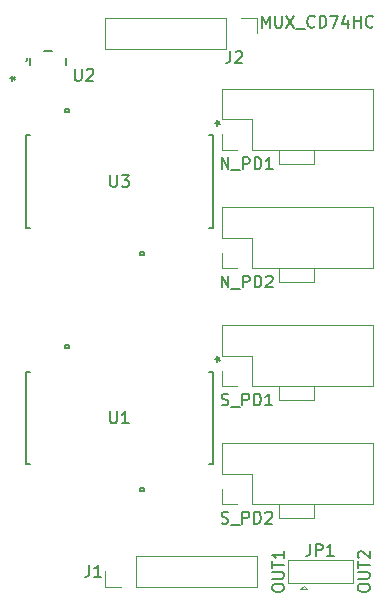
<source format=gto>
%TF.GenerationSoftware,KiCad,Pcbnew,(5.1.6-0-10_14)*%
%TF.CreationDate,2020-09-10T15:49:12+09:00*%
%TF.ProjectId,qPCR-photo_mux_CD74HC4067M96,71504352-2d70-4686-9f74-6f5f6d75785f,rev?*%
%TF.SameCoordinates,Original*%
%TF.FileFunction,Legend,Top*%
%TF.FilePolarity,Positive*%
%FSLAX46Y46*%
G04 Gerber Fmt 4.6, Leading zero omitted, Abs format (unit mm)*
G04 Created by KiCad (PCBNEW (5.1.6-0-10_14)) date 2020-09-10 15:49:12*
%MOMM*%
%LPD*%
G01*
G04 APERTURE LIST*
%ADD10C,0.150000*%
%ADD11C,0.120000*%
%ADD12C,0.152400*%
G04 APERTURE END LIST*
D10*
X113202380Y-111476190D02*
X113202380Y-111285714D01*
X113250000Y-111190476D01*
X113345238Y-111095238D01*
X113535714Y-111047619D01*
X113869047Y-111047619D01*
X114059523Y-111095238D01*
X114154761Y-111190476D01*
X114202380Y-111285714D01*
X114202380Y-111476190D01*
X114154761Y-111571428D01*
X114059523Y-111666666D01*
X113869047Y-111714285D01*
X113535714Y-111714285D01*
X113345238Y-111666666D01*
X113250000Y-111571428D01*
X113202380Y-111476190D01*
X113202380Y-110619047D02*
X114011904Y-110619047D01*
X114107142Y-110571428D01*
X114154761Y-110523809D01*
X114202380Y-110428571D01*
X114202380Y-110238095D01*
X114154761Y-110142857D01*
X114107142Y-110095238D01*
X114011904Y-110047619D01*
X113202380Y-110047619D01*
X113202380Y-109714285D02*
X113202380Y-109142857D01*
X114202380Y-109428571D02*
X113202380Y-109428571D01*
X113297619Y-108857142D02*
X113250000Y-108809523D01*
X113202380Y-108714285D01*
X113202380Y-108476190D01*
X113250000Y-108380952D01*
X113297619Y-108333333D01*
X113392857Y-108285714D01*
X113488095Y-108285714D01*
X113630952Y-108333333D01*
X114202380Y-108904761D01*
X114202380Y-108285714D01*
X105952380Y-111476190D02*
X105952380Y-111285714D01*
X106000000Y-111190476D01*
X106095238Y-111095238D01*
X106285714Y-111047619D01*
X106619047Y-111047619D01*
X106809523Y-111095238D01*
X106904761Y-111190476D01*
X106952380Y-111285714D01*
X106952380Y-111476190D01*
X106904761Y-111571428D01*
X106809523Y-111666666D01*
X106619047Y-111714285D01*
X106285714Y-111714285D01*
X106095238Y-111666666D01*
X106000000Y-111571428D01*
X105952380Y-111476190D01*
X105952380Y-110619047D02*
X106761904Y-110619047D01*
X106857142Y-110571428D01*
X106904761Y-110523809D01*
X106952380Y-110428571D01*
X106952380Y-110238095D01*
X106904761Y-110142857D01*
X106857142Y-110095238D01*
X106761904Y-110047619D01*
X105952380Y-110047619D01*
X105952380Y-109714285D02*
X105952380Y-109142857D01*
X106952380Y-109428571D02*
X105952380Y-109428571D01*
X106952380Y-108285714D02*
X106952380Y-108857142D01*
X106952380Y-108571428D02*
X105952380Y-108571428D01*
X106095238Y-108666666D01*
X106190476Y-108761904D01*
X106238095Y-108857142D01*
X105059523Y-63952380D02*
X105059523Y-62952380D01*
X105392857Y-63666666D01*
X105726190Y-62952380D01*
X105726190Y-63952380D01*
X106202380Y-62952380D02*
X106202380Y-63761904D01*
X106250000Y-63857142D01*
X106297619Y-63904761D01*
X106392857Y-63952380D01*
X106583333Y-63952380D01*
X106678571Y-63904761D01*
X106726190Y-63857142D01*
X106773809Y-63761904D01*
X106773809Y-62952380D01*
X107154761Y-62952380D02*
X107821428Y-63952380D01*
X107821428Y-62952380D02*
X107154761Y-63952380D01*
X107964285Y-64047619D02*
X108726190Y-64047619D01*
X109535714Y-63857142D02*
X109488095Y-63904761D01*
X109345238Y-63952380D01*
X109250000Y-63952380D01*
X109107142Y-63904761D01*
X109011904Y-63809523D01*
X108964285Y-63714285D01*
X108916666Y-63523809D01*
X108916666Y-63380952D01*
X108964285Y-63190476D01*
X109011904Y-63095238D01*
X109107142Y-63000000D01*
X109250000Y-62952380D01*
X109345238Y-62952380D01*
X109488095Y-63000000D01*
X109535714Y-63047619D01*
X109964285Y-63952380D02*
X109964285Y-62952380D01*
X110202380Y-62952380D01*
X110345238Y-63000000D01*
X110440476Y-63095238D01*
X110488095Y-63190476D01*
X110535714Y-63380952D01*
X110535714Y-63523809D01*
X110488095Y-63714285D01*
X110440476Y-63809523D01*
X110345238Y-63904761D01*
X110202380Y-63952380D01*
X109964285Y-63952380D01*
X110869047Y-62952380D02*
X111535714Y-62952380D01*
X111107142Y-63952380D01*
X112345238Y-63285714D02*
X112345238Y-63952380D01*
X112107142Y-62904761D02*
X111869047Y-63619047D01*
X112488095Y-63619047D01*
X112869047Y-63952380D02*
X112869047Y-62952380D01*
X112869047Y-63428571D02*
X113440476Y-63428571D01*
X113440476Y-63952380D02*
X113440476Y-62952380D01*
X114488095Y-63857142D02*
X114440476Y-63904761D01*
X114297619Y-63952380D01*
X114202380Y-63952380D01*
X114059523Y-63904761D01*
X113964285Y-63809523D01*
X113916666Y-63714285D01*
X113869047Y-63523809D01*
X113869047Y-63380952D01*
X113916666Y-63190476D01*
X113964285Y-63095238D01*
X114059523Y-63000000D01*
X114202380Y-62952380D01*
X114297619Y-62952380D01*
X114440476Y-63000000D01*
X114488095Y-63047619D01*
D11*
%TO.C,J1*%
X91808000Y-111330000D02*
X91808000Y-110000000D01*
X93138000Y-111330000D02*
X91808000Y-111330000D01*
X94408000Y-111330000D02*
X94408000Y-108670000D01*
X94408000Y-108670000D02*
X104628000Y-108670000D01*
X94408000Y-111330000D02*
X104628000Y-111330000D01*
X104628000Y-111330000D02*
X104628000Y-108670000D01*
%TO.C,J2*%
X91808000Y-63110000D02*
X91808000Y-65770000D01*
X102028000Y-63110000D02*
X91808000Y-63110000D01*
X102028000Y-65770000D02*
X91808000Y-65770000D01*
X102028000Y-63110000D02*
X102028000Y-65770000D01*
X103298000Y-63110000D02*
X104628000Y-63110000D01*
X104628000Y-63110000D02*
X104628000Y-64440000D01*
%TO.C,JP1*%
X108900000Y-111500000D02*
X108600000Y-111200000D01*
X108300000Y-111500000D02*
X108900000Y-111500000D01*
X108600000Y-111200000D02*
X108300000Y-111500000D01*
X107250000Y-110950000D02*
X107250000Y-109000000D01*
X112750000Y-110950000D02*
X107250000Y-110950000D01*
X112750000Y-109000000D02*
X112750000Y-110950000D01*
X107250000Y-109000000D02*
X112750000Y-109000000D01*
%TO.C,N_PD1*%
X101670000Y-74330000D02*
X101670000Y-73000000D01*
X103000000Y-74330000D02*
X101670000Y-74330000D01*
X101670000Y-71730000D02*
X101670000Y-69130000D01*
X104270000Y-71730000D02*
X101670000Y-71730000D01*
X104270000Y-74330000D02*
X104270000Y-71730000D01*
X101670000Y-69130000D02*
X114490000Y-69130000D01*
X104270000Y-74330000D02*
X114490000Y-74330000D01*
X114490000Y-74330000D02*
X114490000Y-69130000D01*
X106500000Y-74330000D02*
X106500000Y-75500000D01*
X106500000Y-75500000D02*
X109500000Y-75500000D01*
X109500000Y-75500000D02*
X109500000Y-74330000D01*
%TO.C,N_PD2*%
X109500000Y-85500000D02*
X109500000Y-84330000D01*
X106500000Y-85500000D02*
X109500000Y-85500000D01*
X106500000Y-84330000D02*
X106500000Y-85500000D01*
X114490000Y-84330000D02*
X114490000Y-79130000D01*
X104270000Y-84330000D02*
X114490000Y-84330000D01*
X101670000Y-79130000D02*
X114490000Y-79130000D01*
X104270000Y-84330000D02*
X104270000Y-81730000D01*
X104270000Y-81730000D02*
X101670000Y-81730000D01*
X101670000Y-81730000D02*
X101670000Y-79130000D01*
X103000000Y-84330000D02*
X101670000Y-84330000D01*
X101670000Y-84330000D02*
X101670000Y-83000000D01*
%TO.C,S_PD1*%
X109500000Y-95500000D02*
X109500000Y-94330000D01*
X106500000Y-95500000D02*
X109500000Y-95500000D01*
X106500000Y-94330000D02*
X106500000Y-95500000D01*
X114490000Y-94330000D02*
X114490000Y-89130000D01*
X104270000Y-94330000D02*
X114490000Y-94330000D01*
X101670000Y-89130000D02*
X114490000Y-89130000D01*
X104270000Y-94330000D02*
X104270000Y-91730000D01*
X104270000Y-91730000D02*
X101670000Y-91730000D01*
X101670000Y-91730000D02*
X101670000Y-89130000D01*
X103000000Y-94330000D02*
X101670000Y-94330000D01*
X101670000Y-94330000D02*
X101670000Y-93000000D01*
%TO.C,S_PD2*%
X101670000Y-104330000D02*
X101670000Y-103000000D01*
X103000000Y-104330000D02*
X101670000Y-104330000D01*
X101670000Y-101730000D02*
X101670000Y-99130000D01*
X104270000Y-101730000D02*
X101670000Y-101730000D01*
X104270000Y-104330000D02*
X104270000Y-101730000D01*
X101670000Y-99130000D02*
X114490000Y-99130000D01*
X104270000Y-104330000D02*
X114490000Y-104330000D01*
X114490000Y-104330000D02*
X114490000Y-99130000D01*
X106500000Y-104330000D02*
X106500000Y-105500000D01*
X106500000Y-105500000D02*
X109500000Y-105500000D01*
X109500000Y-105500000D02*
X109500000Y-104330000D01*
D12*
%TO.C,U1*%
X95095500Y-102930900D02*
X95095500Y-103184900D01*
X94714500Y-102930900D02*
X95095500Y-102930900D01*
X94714500Y-103184900D02*
X94714500Y-102930900D01*
X95095500Y-103184900D02*
X94714500Y-103184900D01*
X88745500Y-91069100D02*
X88745500Y-90815100D01*
X88364500Y-91069100D02*
X88745500Y-91069100D01*
X88364500Y-90815100D02*
X88364500Y-91069100D01*
X88745500Y-90815100D02*
X88364500Y-90815100D01*
X100597140Y-100924300D02*
X100924800Y-100924300D01*
X85402860Y-93075700D02*
X85075200Y-93075700D01*
X100924800Y-93075700D02*
X100597140Y-93075700D01*
X100924800Y-100924300D02*
X100924800Y-93075700D01*
X85075200Y-100924300D02*
X85402860Y-100924300D01*
X85075200Y-93075700D02*
X85075200Y-100924300D01*
%TO.C,U2*%
X88474000Y-67108716D02*
X88474000Y-66503684D01*
X87287861Y-65929900D02*
X86612139Y-65929900D01*
X85426000Y-66503684D02*
X85426000Y-67108716D01*
X85223516Y-66578377D02*
G75*
G03*
X85121200Y-66806200I202484J-227823D01*
G01*
%TO.C,U3*%
X85075200Y-73075700D02*
X85075200Y-80924300D01*
X85075200Y-80924300D02*
X85402860Y-80924300D01*
X100924800Y-80924300D02*
X100924800Y-73075700D01*
X100924800Y-73075700D02*
X100597140Y-73075700D01*
X85402860Y-73075700D02*
X85075200Y-73075700D01*
X100597140Y-80924300D02*
X100924800Y-80924300D01*
X88745500Y-70815100D02*
X88364500Y-70815100D01*
X88364500Y-70815100D02*
X88364500Y-71069100D01*
X88364500Y-71069100D02*
X88745500Y-71069100D01*
X88745500Y-71069100D02*
X88745500Y-70815100D01*
X95095500Y-83184900D02*
X94714500Y-83184900D01*
X94714500Y-83184900D02*
X94714500Y-82930900D01*
X94714500Y-82930900D02*
X95095500Y-82930900D01*
X95095500Y-82930900D02*
X95095500Y-83184900D01*
%TO.C,J1*%
D10*
X90474666Y-109452380D02*
X90474666Y-110166666D01*
X90427047Y-110309523D01*
X90331809Y-110404761D01*
X90188952Y-110452380D01*
X90093714Y-110452380D01*
X91474666Y-110452380D02*
X90903238Y-110452380D01*
X91188952Y-110452380D02*
X91188952Y-109452380D01*
X91093714Y-109595238D01*
X90998476Y-109690476D01*
X90903238Y-109738095D01*
%TO.C,J2*%
X102416666Y-65952380D02*
X102416666Y-66666666D01*
X102369047Y-66809523D01*
X102273809Y-66904761D01*
X102130952Y-66952380D01*
X102035714Y-66952380D01*
X102845238Y-66047619D02*
X102892857Y-66000000D01*
X102988095Y-65952380D01*
X103226190Y-65952380D01*
X103321428Y-66000000D01*
X103369047Y-66047619D01*
X103416666Y-66142857D01*
X103416666Y-66238095D01*
X103369047Y-66380952D01*
X102797619Y-66952380D01*
X103416666Y-66952380D01*
%TO.C,JP1*%
X109166666Y-107677380D02*
X109166666Y-108391666D01*
X109119047Y-108534523D01*
X109023809Y-108629761D01*
X108880952Y-108677380D01*
X108785714Y-108677380D01*
X109642857Y-108677380D02*
X109642857Y-107677380D01*
X110023809Y-107677380D01*
X110119047Y-107725000D01*
X110166666Y-107772619D01*
X110214285Y-107867857D01*
X110214285Y-108010714D01*
X110166666Y-108105952D01*
X110119047Y-108153571D01*
X110023809Y-108201190D01*
X109642857Y-108201190D01*
X111166666Y-108677380D02*
X110595238Y-108677380D01*
X110880952Y-108677380D02*
X110880952Y-107677380D01*
X110785714Y-107820238D01*
X110690476Y-107915476D01*
X110595238Y-107963095D01*
%TO.C,N_PD1*%
X101657142Y-75952380D02*
X101657142Y-74952380D01*
X102228571Y-75952380D01*
X102228571Y-74952380D01*
X102466666Y-76047619D02*
X103228571Y-76047619D01*
X103466666Y-75952380D02*
X103466666Y-74952380D01*
X103847619Y-74952380D01*
X103942857Y-75000000D01*
X103990476Y-75047619D01*
X104038095Y-75142857D01*
X104038095Y-75285714D01*
X103990476Y-75380952D01*
X103942857Y-75428571D01*
X103847619Y-75476190D01*
X103466666Y-75476190D01*
X104466666Y-75952380D02*
X104466666Y-74952380D01*
X104704761Y-74952380D01*
X104847619Y-75000000D01*
X104942857Y-75095238D01*
X104990476Y-75190476D01*
X105038095Y-75380952D01*
X105038095Y-75523809D01*
X104990476Y-75714285D01*
X104942857Y-75809523D01*
X104847619Y-75904761D01*
X104704761Y-75952380D01*
X104466666Y-75952380D01*
X105990476Y-75952380D02*
X105419047Y-75952380D01*
X105704761Y-75952380D02*
X105704761Y-74952380D01*
X105609523Y-75095238D01*
X105514285Y-75190476D01*
X105419047Y-75238095D01*
%TO.C,N_PD2*%
X101657142Y-85952380D02*
X101657142Y-84952380D01*
X102228571Y-85952380D01*
X102228571Y-84952380D01*
X102466666Y-86047619D02*
X103228571Y-86047619D01*
X103466666Y-85952380D02*
X103466666Y-84952380D01*
X103847619Y-84952380D01*
X103942857Y-85000000D01*
X103990476Y-85047619D01*
X104038095Y-85142857D01*
X104038095Y-85285714D01*
X103990476Y-85380952D01*
X103942857Y-85428571D01*
X103847619Y-85476190D01*
X103466666Y-85476190D01*
X104466666Y-85952380D02*
X104466666Y-84952380D01*
X104704761Y-84952380D01*
X104847619Y-85000000D01*
X104942857Y-85095238D01*
X104990476Y-85190476D01*
X105038095Y-85380952D01*
X105038095Y-85523809D01*
X104990476Y-85714285D01*
X104942857Y-85809523D01*
X104847619Y-85904761D01*
X104704761Y-85952380D01*
X104466666Y-85952380D01*
X105419047Y-85047619D02*
X105466666Y-85000000D01*
X105561904Y-84952380D01*
X105800000Y-84952380D01*
X105895238Y-85000000D01*
X105942857Y-85047619D01*
X105990476Y-85142857D01*
X105990476Y-85238095D01*
X105942857Y-85380952D01*
X105371428Y-85952380D01*
X105990476Y-85952380D01*
%TO.C,S_PD1*%
X101657142Y-95904761D02*
X101800000Y-95952380D01*
X102038095Y-95952380D01*
X102133333Y-95904761D01*
X102180952Y-95857142D01*
X102228571Y-95761904D01*
X102228571Y-95666666D01*
X102180952Y-95571428D01*
X102133333Y-95523809D01*
X102038095Y-95476190D01*
X101847619Y-95428571D01*
X101752380Y-95380952D01*
X101704761Y-95333333D01*
X101657142Y-95238095D01*
X101657142Y-95142857D01*
X101704761Y-95047619D01*
X101752380Y-95000000D01*
X101847619Y-94952380D01*
X102085714Y-94952380D01*
X102228571Y-95000000D01*
X102419047Y-96047619D02*
X103180952Y-96047619D01*
X103419047Y-95952380D02*
X103419047Y-94952380D01*
X103800000Y-94952380D01*
X103895238Y-95000000D01*
X103942857Y-95047619D01*
X103990476Y-95142857D01*
X103990476Y-95285714D01*
X103942857Y-95380952D01*
X103895238Y-95428571D01*
X103800000Y-95476190D01*
X103419047Y-95476190D01*
X104419047Y-95952380D02*
X104419047Y-94952380D01*
X104657142Y-94952380D01*
X104800000Y-95000000D01*
X104895238Y-95095238D01*
X104942857Y-95190476D01*
X104990476Y-95380952D01*
X104990476Y-95523809D01*
X104942857Y-95714285D01*
X104895238Y-95809523D01*
X104800000Y-95904761D01*
X104657142Y-95952380D01*
X104419047Y-95952380D01*
X105942857Y-95952380D02*
X105371428Y-95952380D01*
X105657142Y-95952380D02*
X105657142Y-94952380D01*
X105561904Y-95095238D01*
X105466666Y-95190476D01*
X105371428Y-95238095D01*
%TO.C,S_PD2*%
X101657142Y-105904761D02*
X101800000Y-105952380D01*
X102038095Y-105952380D01*
X102133333Y-105904761D01*
X102180952Y-105857142D01*
X102228571Y-105761904D01*
X102228571Y-105666666D01*
X102180952Y-105571428D01*
X102133333Y-105523809D01*
X102038095Y-105476190D01*
X101847619Y-105428571D01*
X101752380Y-105380952D01*
X101704761Y-105333333D01*
X101657142Y-105238095D01*
X101657142Y-105142857D01*
X101704761Y-105047619D01*
X101752380Y-105000000D01*
X101847619Y-104952380D01*
X102085714Y-104952380D01*
X102228571Y-105000000D01*
X102419047Y-106047619D02*
X103180952Y-106047619D01*
X103419047Y-105952380D02*
X103419047Y-104952380D01*
X103800000Y-104952380D01*
X103895238Y-105000000D01*
X103942857Y-105047619D01*
X103990476Y-105142857D01*
X103990476Y-105285714D01*
X103942857Y-105380952D01*
X103895238Y-105428571D01*
X103800000Y-105476190D01*
X103419047Y-105476190D01*
X104419047Y-105952380D02*
X104419047Y-104952380D01*
X104657142Y-104952380D01*
X104800000Y-105000000D01*
X104895238Y-105095238D01*
X104942857Y-105190476D01*
X104990476Y-105380952D01*
X104990476Y-105523809D01*
X104942857Y-105714285D01*
X104895238Y-105809523D01*
X104800000Y-105904761D01*
X104657142Y-105952380D01*
X104419047Y-105952380D01*
X105371428Y-105047619D02*
X105419047Y-105000000D01*
X105514285Y-104952380D01*
X105752380Y-104952380D01*
X105847619Y-105000000D01*
X105895238Y-105047619D01*
X105942857Y-105142857D01*
X105942857Y-105238095D01*
X105895238Y-105380952D01*
X105323809Y-105952380D01*
X105942857Y-105952380D01*
%TO.C,U1*%
X92238095Y-96452380D02*
X92238095Y-97261904D01*
X92285714Y-97357142D01*
X92333333Y-97404761D01*
X92428571Y-97452380D01*
X92619047Y-97452380D01*
X92714285Y-97404761D01*
X92761904Y-97357142D01*
X92809523Y-97261904D01*
X92809523Y-96452380D01*
X93809523Y-97452380D02*
X93238095Y-97452380D01*
X93523809Y-97452380D02*
X93523809Y-96452380D01*
X93428571Y-96595238D01*
X93333333Y-96690476D01*
X93238095Y-96738095D01*
X101139180Y-92008900D02*
X101377276Y-92008900D01*
X101282038Y-92246995D02*
X101377276Y-92008900D01*
X101282038Y-91770804D01*
X101567752Y-92151757D02*
X101377276Y-92008900D01*
X101567752Y-91866042D01*
X101139180Y-92008900D02*
X101377276Y-92008900D01*
X101282038Y-92246995D02*
X101377276Y-92008900D01*
X101282038Y-91770804D01*
X101567752Y-92151757D02*
X101377276Y-92008900D01*
X101567752Y-91866042D01*
%TO.C,U2*%
X89238095Y-67452380D02*
X89238095Y-68261904D01*
X89285714Y-68357142D01*
X89333333Y-68404761D01*
X89428571Y-68452380D01*
X89619047Y-68452380D01*
X89714285Y-68404761D01*
X89761904Y-68357142D01*
X89809523Y-68261904D01*
X89809523Y-67452380D01*
X90238095Y-67547619D02*
X90285714Y-67500000D01*
X90380952Y-67452380D01*
X90619047Y-67452380D01*
X90714285Y-67500000D01*
X90761904Y-67547619D01*
X90809523Y-67642857D01*
X90809523Y-67738095D01*
X90761904Y-67880952D01*
X90190476Y-68452380D01*
X90809523Y-68452380D01*
X83750580Y-68254000D02*
X83988676Y-68254000D01*
X83893438Y-68492095D02*
X83988676Y-68254000D01*
X83893438Y-68015904D01*
X84179152Y-68396857D02*
X83988676Y-68254000D01*
X84179152Y-68111142D01*
X83750580Y-68254000D02*
X83988676Y-68254000D01*
X83893438Y-68492095D02*
X83988676Y-68254000D01*
X83893438Y-68015904D01*
X84179152Y-68396857D02*
X83988676Y-68254000D01*
X84179152Y-68111142D01*
%TO.C,U3*%
X92238095Y-76452380D02*
X92238095Y-77261904D01*
X92285714Y-77357142D01*
X92333333Y-77404761D01*
X92428571Y-77452380D01*
X92619047Y-77452380D01*
X92714285Y-77404761D01*
X92761904Y-77357142D01*
X92809523Y-77261904D01*
X92809523Y-76452380D01*
X93190476Y-76452380D02*
X93809523Y-76452380D01*
X93476190Y-76833333D01*
X93619047Y-76833333D01*
X93714285Y-76880952D01*
X93761904Y-76928571D01*
X93809523Y-77023809D01*
X93809523Y-77261904D01*
X93761904Y-77357142D01*
X93714285Y-77404761D01*
X93619047Y-77452380D01*
X93333333Y-77452380D01*
X93238095Y-77404761D01*
X93190476Y-77357142D01*
X101139180Y-72008900D02*
X101377276Y-72008900D01*
X101282038Y-72246995D02*
X101377276Y-72008900D01*
X101282038Y-71770804D01*
X101567752Y-72151757D02*
X101377276Y-72008900D01*
X101567752Y-71866042D01*
X101139180Y-72008900D02*
X101377276Y-72008900D01*
X101282038Y-72246995D02*
X101377276Y-72008900D01*
X101282038Y-71770804D01*
X101567752Y-72151757D02*
X101377276Y-72008900D01*
X101567752Y-71866042D01*
%TD*%
M02*

</source>
